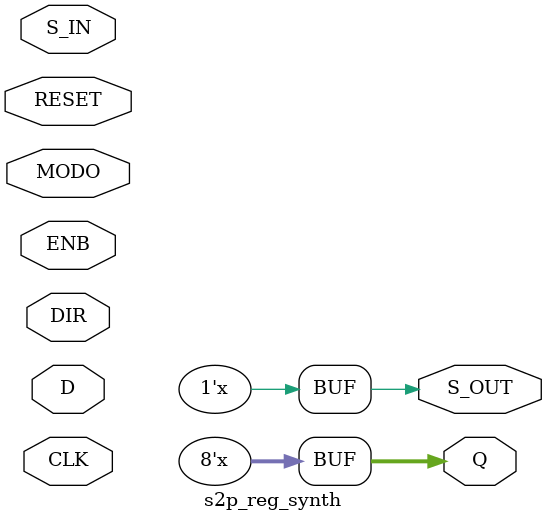
<source format=v>
`include "cmos_cells.v"
/* Generated by Yosys 0.7+560 (git sha1 d9a2b430, gcc 7.3.1 -fPIC -Os) */

module byte_joining_synth(Lane_0, Lane_1, Lane_2, Lane_3, ctr_3, clk250k, out);
  reg [7:0] L0;
  reg [7:0] L1;
  reg [7:0] L2;
  reg [7:0] L3;
  input [7:0] Lane_0;
  input [7:0] Lane_1;
  input [7:0] Lane_2;
  input [7:0] Lane_3;
  input clk250k;
  input [1:0] ctr_3;
  output [7:0] out;
  always @(posedge clk250k)
      L0[0] <= Lane_0[0];
  always @(posedge clk250k)
      L0[1] <= Lane_0[1];
  always @(posedge clk250k)
      L0[2] <= Lane_0[2];
  always @(posedge clk250k)
      L0[3] <= Lane_0[3];
  always @(posedge clk250k)
      L0[4] <= Lane_0[4];
  always @(posedge clk250k)
      L0[5] <= Lane_0[5];
  always @(posedge clk250k)
      L0[6] <= Lane_0[6];
  always @(posedge clk250k)
      L0[7] <= Lane_0[7];
  always @(posedge clk250k)
      L1[0] <= Lane_1[0];
  always @(posedge clk250k)
      L1[1] <= Lane_1[1];
  always @(posedge clk250k)
      L1[2] <= Lane_1[2];
  always @(posedge clk250k)
      L1[3] <= Lane_1[3];
  always @(posedge clk250k)
      L1[4] <= Lane_1[4];
  always @(posedge clk250k)
      L1[5] <= Lane_1[5];
  always @(posedge clk250k)
      L1[6] <= Lane_1[6];
  always @(posedge clk250k)
      L1[7] <= Lane_1[7];
  always @(posedge clk250k)
      L2[0] <= Lane_2[0];
  always @(posedge clk250k)
      L2[1] <= Lane_2[1];
  always @(posedge clk250k)
      L2[2] <= Lane_2[2];
  always @(posedge clk250k)
      L2[3] <= Lane_2[3];
  always @(posedge clk250k)
      L2[4] <= Lane_2[4];
  always @(posedge clk250k)
      L2[5] <= Lane_2[5];
  always @(posedge clk250k)
      L2[6] <= Lane_2[6];
  always @(posedge clk250k)
      L2[7] <= Lane_2[7];
  always @(posedge clk250k)
      L3[0] <= Lane_3[0];
  always @(posedge clk250k)
      L3[1] <= Lane_3[1];
  always @(posedge clk250k)
      L3[2] <= Lane_3[2];
  always @(posedge clk250k)
      L3[3] <= Lane_3[3];
  always @(posedge clk250k)
      L3[4] <= Lane_3[4];
  always @(posedge clk250k)
      L3[5] <= Lane_3[5];
  always @(posedge clk250k)
      L3[6] <= Lane_3[6];
  always @(posedge clk250k)
      L3[7] <= Lane_3[7];
  mux4a1_synth mux_cond (
    .In0(L0),
    .In1(L1),
    .In2(L2),
    .In3(L3),
    .Sel(ctr_3),
    .outmux(out)
  );
endmodule

module byte_striping_synth(stripedLane0, stripedLane1, stripedLane2, stripedLane3, byteStripingVLD, byteStripingIN, laneVLD, clk250k, clk1Mhz, counter, reset, ENB);
  wire [7:0] _00_;
  wire _01_;
  wire _02_;
  wire _03_;
  wire _04_;
  wire _05_;
  wire _06_;
  wire _07_;
  wire _08_;
  wire _09_;
  wire _10_;
  wire _11_;
  wire _12_;
  wire _13_;
  wire _14_;
  wire _15_;
  wire _16_;
  wire _17_;
  input ENB;
  input [7:0] byteStripingIN;
  output byteStripingVLD;
  input clk1Mhz;
  input clk250k;
  output [1:0] counter;
  input laneVLD;
  input reset;
  output [7:0] stripedLane0;
  output [7:0] stripedLane1;
  output [7:0] stripedLane2;
  output [7:0] stripedLane3;
  reg [7:0] stripedLane3;
  NOT _18_ (
    .A(laneVLD),
    .Y(_01_)
  );
  NAND _19_ (
    .A(byteStripingIN[0]),
    .B(laneVLD),
    .Y(_02_)
  );
  NAND _20_ (
    .A(stripedLane3[0]),
    .B(_01_),
    .Y(_03_)
  );
  NAND _21_ (
    .A(_02_),
    .B(_03_),
    .Y(_00_[0])
  );
  NAND _22_ (
    .A(laneVLD),
    .B(byteStripingIN[1]),
    .Y(_04_)
  );
  NAND _23_ (
    .A(_01_),
    .B(stripedLane3[1]),
    .Y(_05_)
  );
  NAND _24_ (
    .A(_04_),
    .B(_05_),
    .Y(_00_[1])
  );
  NAND _25_ (
    .A(laneVLD),
    .B(byteStripingIN[2]),
    .Y(_06_)
  );
  NAND _26_ (
    .A(_01_),
    .B(stripedLane3[2]),
    .Y(_07_)
  );
  NAND _27_ (
    .A(_06_),
    .B(_07_),
    .Y(_00_[2])
  );
  NAND _28_ (
    .A(laneVLD),
    .B(byteStripingIN[3]),
    .Y(_08_)
  );
  NAND _29_ (
    .A(_01_),
    .B(stripedLane3[3]),
    .Y(_09_)
  );
  NAND _30_ (
    .A(_08_),
    .B(_09_),
    .Y(_00_[3])
  );
  NAND _31_ (
    .A(laneVLD),
    .B(byteStripingIN[4]),
    .Y(_10_)
  );
  NAND _32_ (
    .A(_01_),
    .B(stripedLane3[4]),
    .Y(_11_)
  );
  NAND _33_ (
    .A(_10_),
    .B(_11_),
    .Y(_00_[4])
  );
  NAND _34_ (
    .A(laneVLD),
    .B(byteStripingIN[5]),
    .Y(_12_)
  );
  NAND _35_ (
    .A(_01_),
    .B(stripedLane3[5]),
    .Y(_13_)
  );
  NAND _36_ (
    .A(_12_),
    .B(_13_),
    .Y(_00_[5])
  );
  NAND _37_ (
    .A(laneVLD),
    .B(byteStripingIN[6]),
    .Y(_14_)
  );
  NAND _38_ (
    .A(_01_),
    .B(stripedLane3[6]),
    .Y(_15_)
  );
  NAND _39_ (
    .A(_14_),
    .B(_15_),
    .Y(_00_[6])
  );
  NAND _40_ (
    .A(laneVLD),
    .B(byteStripingIN[7]),
    .Y(_16_)
  );
  NAND _41_ (
    .A(_01_),
    .B(stripedLane3[7]),
    .Y(_17_)
  );
  NAND _42_ (
    .A(_16_),
    .B(_17_),
    .Y(_00_[7])
  );
  always @(posedge clk1Mhz)
      stripedLane3[0] <= _00_[0];
  always @(posedge clk1Mhz)
      stripedLane3[1] <= _00_[1];
  always @(posedge clk1Mhz)
      stripedLane3[2] <= _00_[2];
  always @(posedge clk1Mhz)
      stripedLane3[3] <= _00_[3];
  always @(posedge clk1Mhz)
      stripedLane3[4] <= _00_[4];
  always @(posedge clk1Mhz)
      stripedLane3[5] <= _00_[5];
  always @(posedge clk1Mhz)
      stripedLane3[6] <= _00_[6];
  always @(posedge clk1Mhz)
      stripedLane3[7] <= _00_[7];
  assign byteStripingVLD = 1'h1;
  assign counter = 2'h3;
endmodule

module ctr3_synth(CLK, reset, CTR);
  wire [1:0] _00_;
  wire _01_;
  wire _02_;
  wire _03_;
  wire _04_;
  input CLK;
  output [1:0] CTR;
  reg [1:0] CTR;
  input reset;
  NOT _05_ (
    .A(CTR[1]),
    .Y(_02_)
  );
  NAND _06_ (
    .A(reset),
    .B(CTR[0]),
    .Y(_00_[0])
  );
  NAND _07_ (
    .A(CTR[0]),
    .B(_02_),
    .Y(_03_)
  );
  NAND _08_ (
    .A(reset),
    .B(_02_),
    .Y(_04_)
  );
  NAND _09_ (
    .A(_00_[0]),
    .B(_04_),
    .Y(_01_)
  );
  NAND _10_ (
    .A(_03_),
    .B(_01_),
    .Y(_00_[1])
  );
  always @(posedge CLK)
      CTR[0] <= _00_[0];
  always @(posedge CLK)
      CTR[1] <= _00_[1];
endmodule

module ffd_p2s_synth(CLK, D, ENB, valid_in, Q, valid_out);
  input CLK;
  input D;
  input ENB;
  output Q;
  input valid_in;
  output valid_out;
  assign Q = 1'hz;
  assign valid_out = 1'h1;
endmodule

module ffd_s2p_synth(CLK, D, ENB, Q);
  input CLK;
  input D;
  input ENB;
  output Q;
  assign Q = 1'hz;
endmodule

module freq_div_synth(CLK, reset, CLK_2, CLK_4, CLK_8);
  input CLK;
  output CLK_2;
  output CLK_4;
  output CLK_8;
  input reset;
  assign CLK_2 = 1'h0;
  assign CLK_4 = 1'h0;
  assign CLK_8 = 1'h0;
endmodule

module multiplexer_synth(muxOUT, muxVLD, TLP, COM, PAD, SKP, STP, SDP, END, EDB, FTS, IDL, muxCTRL, muxCLK);
  wire [7:0] _000_;
  wire _001_;
  wire _002_;
  wire _003_;
  wire _004_;
  wire _005_;
  wire _006_;
  wire _007_;
  wire _008_;
  wire _009_;
  wire _010_;
  wire _011_;
  wire _012_;
  wire _013_;
  wire _014_;
  wire _015_;
  wire _016_;
  wire _017_;
  wire _018_;
  wire _019_;
  wire _020_;
  wire _021_;
  wire _022_;
  wire _023_;
  wire _024_;
  wire _025_;
  wire _026_;
  wire _027_;
  wire _028_;
  wire _029_;
  wire _030_;
  wire _031_;
  wire _032_;
  wire _033_;
  wire _034_;
  wire _035_;
  wire _036_;
  wire _037_;
  wire _038_;
  wire _039_;
  wire _040_;
  wire _041_;
  wire _042_;
  wire _043_;
  wire _044_;
  wire _045_;
  wire _046_;
  wire _047_;
  wire _048_;
  wire _049_;
  wire _050_;
  wire _051_;
  wire _052_;
  wire _053_;
  wire _054_;
  wire _055_;
  wire _056_;
  wire _057_;
  wire _058_;
  wire _059_;
  wire _060_;
  wire _061_;
  wire _062_;
  wire _063_;
  wire _064_;
  wire _065_;
  wire _066_;
  wire _067_;
  wire _068_;
  wire _069_;
  wire _070_;
  wire _071_;
  wire _072_;
  wire _073_;
  wire _074_;
  wire _075_;
  wire _076_;
  wire _077_;
  wire _078_;
  wire _079_;
  wire _080_;
  wire _081_;
  wire _082_;
  wire _083_;
  wire _084_;
  wire _085_;
  wire _086_;
  wire _087_;
  wire _088_;
  wire _089_;
  wire _090_;
  wire _091_;
  wire _092_;
  wire _093_;
  wire _094_;
  wire _095_;
  wire _096_;
  wire _097_;
  wire _098_;
  wire _099_;
  wire _100_;
  wire _101_;
  wire _102_;
  wire _103_;
  wire _104_;
  wire _105_;
  wire _106_;
  wire _107_;
  wire _108_;
  wire _109_;
  wire _110_;
  wire _111_;
  wire _112_;
  wire _113_;
  wire _114_;
  wire _115_;
  wire _116_;
  wire _117_;
  wire _118_;
  wire _119_;
  wire _120_;
  wire _121_;
  wire _122_;
  wire _123_;
  wire _124_;
  wire _125_;
  wire _126_;
  wire _127_;
  wire _128_;
  wire _129_;
  wire _130_;
  wire _131_;
  wire _132_;
  wire _133_;
  wire _134_;
  wire _135_;
  wire _136_;
  wire _137_;
  wire _138_;
  wire _139_;
  wire _140_;
  wire _141_;
  wire _142_;
  wire _143_;
  wire _144_;
  wire _145_;
  wire _146_;
  wire _147_;
  wire _148_;
  wire _149_;
  wire _150_;
  wire _151_;
  wire _152_;
  wire _153_;
  wire _154_;
  wire _155_;
  wire _156_;
  wire _157_;
  wire _158_;
  wire _159_;
  wire _160_;
  wire _161_;
  wire _162_;
  wire _163_;
  wire _164_;
  wire _165_;
  wire _166_;
  wire _167_;
  wire _168_;
  wire _169_;
  wire _170_;
  wire _171_;
  wire _172_;
  wire _173_;
  wire _174_;
  wire _175_;
  wire _176_;
  wire _177_;
  wire _178_;
  wire _179_;
  wire _180_;
  wire _181_;
  wire _182_;
  wire _183_;
  wire _184_;
  wire _185_;
  wire _186_;
  wire _187_;
  wire _188_;
  wire _189_;
  wire _190_;
  wire _191_;
  wire _192_;
  wire _193_;
  wire _194_;
  wire _195_;
  wire _196_;
  wire _197_;
  wire _198_;
  wire _199_;
  wire _200_;
  wire _201_;
  wire _202_;
  wire _203_;
  wire _204_;
  wire _205_;
  wire _206_;
  wire _207_;
  wire _208_;
  wire _209_;
  wire _210_;
  wire _211_;
  wire _212_;
  wire _213_;
  wire _214_;
  wire _215_;
  wire _216_;
  wire _217_;
  wire _218_;
  wire _219_;
  wire _220_;
  wire _221_;
  wire _222_;
  wire _223_;
  wire _224_;
  wire _225_;
  wire _226_;
  wire _227_;
  wire _228_;
  wire _229_;
  wire _230_;
  wire _231_;
  wire _232_;
  wire _233_;
  wire _234_;
  wire _235_;
  wire _236_;
  wire _237_;
  wire _238_;
  wire _239_;
  wire _240_;
  input [7:0] COM;
  input [7:0] EDB;
  input [7:0] END;
  input [7:0] FTS;
  input [7:0] IDL;
  input [7:0] PAD;
  input [7:0] SDP;
  input [7:0] SKP;
  input [7:0] STP;
  input [7:0] TLP;
  input muxCLK;
  input [3:0] muxCTRL;
  output [7:0] muxOUT;
  reg [7:0] muxOUT;
  output muxVLD;
  reg muxVLD;
  NOT _241_ (
    .A(muxCTRL[2]),
    .Y(_002_)
  );
  NOT _242_ (
    .A(muxCTRL[3]),
    .Y(_003_)
  );
  NOT _243_ (
    .A(muxCTRL[0]),
    .Y(_004_)
  );
  NOT _244_ (
    .A(muxCTRL[1]),
    .Y(_005_)
  );
  NOT _245_ (
    .A(TLP[1]),
    .Y(_006_)
  );
  NOT _246_ (
    .A(TLP[2]),
    .Y(_007_)
  );
  NOT _247_ (
    .A(TLP[3]),
    .Y(_008_)
  );
  NOT _248_ (
    .A(TLP[4]),
    .Y(_009_)
  );
  NOT _249_ (
    .A(TLP[5]),
    .Y(_010_)
  );
  NOT _250_ (
    .A(TLP[6]),
    .Y(_011_)
  );
  NOT _251_ (
    .A(TLP[7]),
    .Y(_012_)
  );
  NOT _252_ (
    .A(COM[0]),
    .Y(_013_)
  );
  NOT _253_ (
    .A(COM[1]),
    .Y(_014_)
  );
  NOT _254_ (
    .A(COM[2]),
    .Y(_015_)
  );
  NOT _255_ (
    .A(COM[3]),
    .Y(_016_)
  );
  NOT _256_ (
    .A(COM[5]),
    .Y(_017_)
  );
  NOT _257_ (
    .A(COM[6]),
    .Y(_018_)
  );
  NOT _258_ (
    .A(STP[0]),
    .Y(_019_)
  );
  NOT _259_ (
    .A(STP[1]),
    .Y(_020_)
  );
  NOT _260_ (
    .A(STP[3]),
    .Y(_021_)
  );
  NOT _261_ (
    .A(STP[4]),
    .Y(_022_)
  );
  NOT _262_ (
    .A(STP[5]),
    .Y(_023_)
  );
  NOT _263_ (
    .A(STP[7]),
    .Y(_024_)
  );
  NOT _264_ (
    .A(SDP[0]),
    .Y(_025_)
  );
  NOT _265_ (
    .A(SDP[1]),
    .Y(_026_)
  );
  NOT _266_ (
    .A(SDP[2]),
    .Y(_027_)
  );
  NOT _267_ (
    .A(SDP[4]),
    .Y(_028_)
  );
  NOT _268_ (
    .A(SDP[6]),
    .Y(_029_)
  );
  NOT _269_ (
    .A(SDP[7]),
    .Y(_030_)
  );
  NOT _270_ (
    .A(END[0]),
    .Y(_031_)
  );
  NOT _271_ (
    .A(END[1]),
    .Y(_032_)
  );
  NOT _272_ (
    .A(END[2]),
    .Y(_033_)
  );
  NOT _273_ (
    .A(END[3]),
    .Y(_034_)
  );
  NOT _274_ (
    .A(END[4]),
    .Y(_035_)
  );
  NOT _275_ (
    .A(END[5]),
    .Y(_036_)
  );
  NOT _276_ (
    .A(END[6]),
    .Y(_037_)
  );
  NOT _277_ (
    .A(END[7]),
    .Y(_038_)
  );
  NOT _278_ (
    .A(FTS[0]),
    .Y(_039_)
  );
  NOT _279_ (
    .A(FTS[1]),
    .Y(_040_)
  );
  NOT _280_ (
    .A(FTS[2]),
    .Y(_041_)
  );
  NOT _281_ (
    .A(FTS[3]),
    .Y(_042_)
  );
  NOT _282_ (
    .A(FTS[4]),
    .Y(_043_)
  );
  NOT _283_ (
    .A(FTS[5]),
    .Y(_044_)
  );
  NOT _284_ (
    .A(FTS[6]),
    .Y(_045_)
  );
  NOT _285_ (
    .A(FTS[7]),
    .Y(_046_)
  );
  NOT _286_ (
    .A(IDL[0]),
    .Y(_047_)
  );
  NOT _287_ (
    .A(IDL[2]),
    .Y(_048_)
  );
  NOT _288_ (
    .A(IDL[3]),
    .Y(_049_)
  );
  NOT _289_ (
    .A(IDL[4]),
    .Y(_050_)
  );
  NOT _290_ (
    .A(IDL[5]),
    .Y(_051_)
  );
  NOT _291_ (
    .A(IDL[6]),
    .Y(_052_)
  );
  NOT _292_ (
    .A(IDL[7]),
    .Y(_053_)
  );
  NOR _293_ (
    .A(muxCTRL[2]),
    .B(muxCTRL[1]),
    .Y(_054_)
  );
  NOR _294_ (
    .A(_003_),
    .B(_054_),
    .Y(_055_)
  );
  NOT _295_ (
    .A(_055_),
    .Y(_001_)
  );
  NAND _296_ (
    .A(muxOUT[0]),
    .B(_055_),
    .Y(_056_)
  );
  NOR _297_ (
    .A(muxCTRL[2]),
    .B(muxCTRL[3]),
    .Y(_057_)
  );
  NAND _298_ (
    .A(_002_),
    .B(_003_),
    .Y(_058_)
  );
  NOR _299_ (
    .A(muxCTRL[0]),
    .B(muxCTRL[1]),
    .Y(_059_)
  );
  NAND _300_ (
    .A(_057_),
    .B(_059_),
    .Y(_060_)
  );
  NOT _301_ (
    .A(_060_),
    .Y(_061_)
  );
  NAND _302_ (
    .A(TLP[0]),
    .B(_061_),
    .Y(_062_)
  );
  NOR _303_ (
    .A(_002_),
    .B(muxCTRL[3]),
    .Y(_063_)
  );
  NAND _304_ (
    .A(muxCTRL[2]),
    .B(_003_),
    .Y(_064_)
  );
  NAND _305_ (
    .A(_059_),
    .B(_063_),
    .Y(_065_)
  );
  NOT _306_ (
    .A(_065_),
    .Y(_066_)
  );
  NOR _307_ (
    .A(_019_),
    .B(_065_),
    .Y(_067_)
  );
  NAND _308_ (
    .A(muxCTRL[0]),
    .B(muxCTRL[1]),
    .Y(_068_)
  );
  NOR _309_ (
    .A(_058_),
    .B(_068_),
    .Y(_069_)
  );
  NAND _310_ (
    .A(SKP[0]),
    .B(_069_),
    .Y(_070_)
  );
  NOR _311_ (
    .A(muxCTRL[0]),
    .B(_005_),
    .Y(_071_)
  );
  NAND _312_ (
    .A(_004_),
    .B(muxCTRL[1]),
    .Y(_072_)
  );
  NAND _313_ (
    .A(_063_),
    .B(_071_),
    .Y(_073_)
  );
  NOR _314_ (
    .A(_031_),
    .B(_073_),
    .Y(_074_)
  );
  NOR _315_ (
    .A(_004_),
    .B(muxCTRL[1]),
    .Y(_075_)
  );
  NAND _316_ (
    .A(_063_),
    .B(_075_),
    .Y(_076_)
  );
  NOT _317_ (
    .A(_076_),
    .Y(_077_)
  );
  NOR _318_ (
    .A(_025_),
    .B(_076_),
    .Y(_078_)
  );
  NOR _319_ (
    .A(_064_),
    .B(_068_),
    .Y(_079_)
  );
  NAND _320_ (
    .A(EDB[0]),
    .B(_079_),
    .Y(_080_)
  );
  NOR _321_ (
    .A(muxCTRL[2]),
    .B(_003_),
    .Y(_081_)
  );
  NAND _322_ (
    .A(_075_),
    .B(_081_),
    .Y(_082_)
  );
  NOT _323_ (
    .A(_082_),
    .Y(_083_)
  );
  NOR _324_ (
    .A(_047_),
    .B(_082_),
    .Y(_084_)
  );
  NAND _325_ (
    .A(_057_),
    .B(_075_),
    .Y(_085_)
  );
  NOT _326_ (
    .A(_085_),
    .Y(_086_)
  );
  NOR _327_ (
    .A(_013_),
    .B(_085_),
    .Y(_087_)
  );
  NOR _328_ (
    .A(_084_),
    .B(_087_),
    .Y(_088_)
  );
  NOR _329_ (
    .A(_058_),
    .B(_072_),
    .Y(_089_)
  );
  NAND _330_ (
    .A(PAD[0]),
    .B(_089_),
    .Y(_090_)
  );
  NAND _331_ (
    .A(_059_),
    .B(_081_),
    .Y(_091_)
  );
  NOR _332_ (
    .A(_039_),
    .B(_091_),
    .Y(_092_)
  );
  NOR _333_ (
    .A(_074_),
    .B(_078_),
    .Y(_093_)
  );
  NAND _334_ (
    .A(_070_),
    .B(_093_),
    .Y(_094_)
  );
  NAND _335_ (
    .A(_056_),
    .B(_062_),
    .Y(_095_)
  );
  NOR _336_ (
    .A(_094_),
    .B(_095_),
    .Y(_096_)
  );
  NAND _337_ (
    .A(_080_),
    .B(_090_),
    .Y(_097_)
  );
  NOR _338_ (
    .A(_067_),
    .B(_092_),
    .Y(_098_)
  );
  NAND _339_ (
    .A(_088_),
    .B(_098_),
    .Y(_099_)
  );
  NOR _340_ (
    .A(_097_),
    .B(_099_),
    .Y(_100_)
  );
  NAND _341_ (
    .A(_096_),
    .B(_100_),
    .Y(_000_[0])
  );
  NAND _342_ (
    .A(muxOUT[1]),
    .B(_055_),
    .Y(_101_)
  );
  NOR _343_ (
    .A(_020_),
    .B(_065_),
    .Y(_102_)
  );
  NAND _344_ (
    .A(EDB[1]),
    .B(_079_),
    .Y(_103_)
  );
  NAND _345_ (
    .A(PAD[1]),
    .B(_089_),
    .Y(_104_)
  );
  NOR _346_ (
    .A(_032_),
    .B(_073_),
    .Y(_105_)
  );
  NOR _347_ (
    .A(_026_),
    .B(_076_),
    .Y(_106_)
  );
  NOR _348_ (
    .A(_014_),
    .B(_085_),
    .Y(_107_)
  );
  NOR _349_ (
    .A(_040_),
    .B(_091_),
    .Y(_108_)
  );
  NOR _350_ (
    .A(_006_),
    .B(_060_),
    .Y(_109_)
  );
  NOR _351_ (
    .A(_108_),
    .B(_109_),
    .Y(_110_)
  );
  NAND _352_ (
    .A(IDL[1]),
    .B(_083_),
    .Y(_111_)
  );
  NAND _353_ (
    .A(SKP[1]),
    .B(_069_),
    .Y(_112_)
  );
  NOR _354_ (
    .A(_102_),
    .B(_107_),
    .Y(_113_)
  );
  NOR _355_ (
    .A(_105_),
    .B(_106_),
    .Y(_114_)
  );
  NAND _356_ (
    .A(_104_),
    .B(_114_),
    .Y(_115_)
  );
  NAND _357_ (
    .A(_101_),
    .B(_113_),
    .Y(_116_)
  );
  NOR _358_ (
    .A(_115_),
    .B(_116_),
    .Y(_117_)
  );
  NAND _359_ (
    .A(_110_),
    .B(_111_),
    .Y(_118_)
  );
  NAND _360_ (
    .A(_103_),
    .B(_112_),
    .Y(_119_)
  );
  NOR _361_ (
    .A(_118_),
    .B(_119_),
    .Y(_120_)
  );
  NAND _362_ (
    .A(_117_),
    .B(_120_),
    .Y(_000_[1])
  );
  NAND _363_ (
    .A(muxOUT[2]),
    .B(_055_),
    .Y(_121_)
  );
  NAND _364_ (
    .A(STP[2]),
    .B(_066_),
    .Y(_122_)
  );
  NOR _365_ (
    .A(_007_),
    .B(_060_),
    .Y(_123_)
  );
  NAND _366_ (
    .A(PAD[2]),
    .B(_089_),
    .Y(_124_)
  );
  NOR _367_ (
    .A(_033_),
    .B(_073_),
    .Y(_125_)
  );
  NOR _368_ (
    .A(_027_),
    .B(_076_),
    .Y(_126_)
  );
  NAND _369_ (
    .A(EDB[2]),
    .B(_079_),
    .Y(_127_)
  );
  NOR _370_ (
    .A(_041_),
    .B(_091_),
    .Y(_128_)
  );
  NOR _371_ (
    .A(_015_),
    .B(_085_),
    .Y(_129_)
  );
  NOR _372_ (
    .A(_128_),
    .B(_129_),
    .Y(_130_)
  );
  NAND _373_ (
    .A(SKP[2]),
    .B(_069_),
    .Y(_131_)
  );
  NOR _374_ (
    .A(_048_),
    .B(_082_),
    .Y(_132_)
  );
  NOR _375_ (
    .A(_125_),
    .B(_126_),
    .Y(_133_)
  );
  NAND _376_ (
    .A(_124_),
    .B(_133_),
    .Y(_134_)
  );
  NAND _377_ (
    .A(_121_),
    .B(_122_),
    .Y(_135_)
  );
  NOR _378_ (
    .A(_134_),
    .B(_135_),
    .Y(_136_)
  );
  NAND _379_ (
    .A(_127_),
    .B(_131_),
    .Y(_137_)
  );
  NOR _380_ (
    .A(_123_),
    .B(_132_),
    .Y(_138_)
  );
  NAND _381_ (
    .A(_130_),
    .B(_138_),
    .Y(_139_)
  );
  NOR _382_ (
    .A(_137_),
    .B(_139_),
    .Y(_140_)
  );
  NAND _383_ (
    .A(_136_),
    .B(_140_),
    .Y(_000_[2])
  );
  NAND _384_ (
    .A(muxOUT[3]),
    .B(_055_),
    .Y(_141_)
  );
  NAND _385_ (
    .A(SDP[3]),
    .B(_077_),
    .Y(_142_)
  );
  NOR _386_ (
    .A(_016_),
    .B(_085_),
    .Y(_143_)
  );
  NAND _387_ (
    .A(PAD[3]),
    .B(_089_),
    .Y(_144_)
  );
  NOR _388_ (
    .A(_034_),
    .B(_073_),
    .Y(_145_)
  );
  NOR _389_ (
    .A(_021_),
    .B(_065_),
    .Y(_146_)
  );
  NAND _390_ (
    .A(EDB[3]),
    .B(_079_),
    .Y(_147_)
  );
  NOR _391_ (
    .A(_049_),
    .B(_082_),
    .Y(_148_)
  );
  NOR _392_ (
    .A(_008_),
    .B(_060_),
    .Y(_149_)
  );
  NOR _393_ (
    .A(_148_),
    .B(_149_),
    .Y(_150_)
  );
  NAND _394_ (
    .A(SKP[3]),
    .B(_069_),
    .Y(_151_)
  );
  NOR _395_ (
    .A(_042_),
    .B(_091_),
    .Y(_152_)
  );
  NOR _396_ (
    .A(_145_),
    .B(_146_),
    .Y(_153_)
  );
  NAND _397_ (
    .A(_144_),
    .B(_153_),
    .Y(_154_)
  );
  NAND _398_ (
    .A(_141_),
    .B(_142_),
    .Y(_155_)
  );
  NOR _399_ (
    .A(_154_),
    .B(_155_),
    .Y(_156_)
  );
  NAND _400_ (
    .A(_147_),
    .B(_151_),
    .Y(_157_)
  );
  NOR _401_ (
    .A(_143_),
    .B(_152_),
    .Y(_158_)
  );
  NAND _402_ (
    .A(_150_),
    .B(_158_),
    .Y(_159_)
  );
  NOR _403_ (
    .A(_157_),
    .B(_159_),
    .Y(_160_)
  );
  NAND _404_ (
    .A(_156_),
    .B(_160_),
    .Y(_000_[3])
  );
  NAND _405_ (
    .A(muxOUT[4]),
    .B(_055_),
    .Y(_161_)
  );
  NAND _406_ (
    .A(COM[4]),
    .B(_086_),
    .Y(_162_)
  );
  NOR _407_ (
    .A(_028_),
    .B(_076_),
    .Y(_163_)
  );
  NAND _408_ (
    .A(SKP[4]),
    .B(_069_),
    .Y(_164_)
  );
  NOR _409_ (
    .A(_035_),
    .B(_073_),
    .Y(_165_)
  );
  NOR _410_ (
    .A(_022_),
    .B(_065_),
    .Y(_166_)
  );
  NAND _411_ (
    .A(EDB[4]),
    .B(_079_),
    .Y(_167_)
  );
  NOR _412_ (
    .A(_043_),
    .B(_091_),
    .Y(_168_)
  );
  NOR _413_ (
    .A(_009_),
    .B(_060_),
    .Y(_169_)
  );
  NOR _414_ (
    .A(_168_),
    .B(_169_),
    .Y(_170_)
  );
  NAND _415_ (
    .A(PAD[4]),
    .B(_089_),
    .Y(_171_)
  );
  NOR _416_ (
    .A(_050_),
    .B(_082_),
    .Y(_172_)
  );
  NOR _417_ (
    .A(_165_),
    .B(_166_),
    .Y(_173_)
  );
  NAND _418_ (
    .A(_164_),
    .B(_173_),
    .Y(_174_)
  );
  NAND _419_ (
    .A(_161_),
    .B(_162_),
    .Y(_175_)
  );
  NOR _420_ (
    .A(_174_),
    .B(_175_),
    .Y(_176_)
  );
  NAND _421_ (
    .A(_167_),
    .B(_171_),
    .Y(_177_)
  );
  NOR _422_ (
    .A(_163_),
    .B(_172_),
    .Y(_178_)
  );
  NAND _423_ (
    .A(_170_),
    .B(_178_),
    .Y(_179_)
  );
  NOR _424_ (
    .A(_177_),
    .B(_179_),
    .Y(_180_)
  );
  NAND _425_ (
    .A(_176_),
    .B(_180_),
    .Y(_000_[4])
  );
  NAND _426_ (
    .A(muxOUT[5]),
    .B(_055_),
    .Y(_181_)
  );
  NAND _427_ (
    .A(SDP[5]),
    .B(_077_),
    .Y(_182_)
  );
  NOR _428_ (
    .A(_010_),
    .B(_060_),
    .Y(_183_)
  );
  NAND _429_ (
    .A(PAD[5]),
    .B(_089_),
    .Y(_184_)
  );
  NOR _430_ (
    .A(_036_),
    .B(_073_),
    .Y(_185_)
  );
  NOR _431_ (
    .A(_023_),
    .B(_065_),
    .Y(_186_)
  );
  NAND _432_ (
    .A(EDB[5]),
    .B(_079_),
    .Y(_187_)
  );
  NOR _433_ (
    .A(_044_),
    .B(_091_),
    .Y(_188_)
  );
  NOR _434_ (
    .A(_017_),
    .B(_085_),
    .Y(_189_)
  );
  NOR _435_ (
    .A(_188_),
    .B(_189_),
    .Y(_190_)
  );
  NAND _436_ (
    .A(SKP[5]),
    .B(_069_),
    .Y(_191_)
  );
  NOR _437_ (
    .A(_051_),
    .B(_082_),
    .Y(_192_)
  );
  NOR _438_ (
    .A(_185_),
    .B(_186_),
    .Y(_193_)
  );
  NAND _439_ (
    .A(_184_),
    .B(_193_),
    .Y(_194_)
  );
  NAND _440_ (
    .A(_181_),
    .B(_182_),
    .Y(_195_)
  );
  NOR _441_ (
    .A(_194_),
    .B(_195_),
    .Y(_196_)
  );
  NAND _442_ (
    .A(_187_),
    .B(_191_),
    .Y(_197_)
  );
  NOR _443_ (
    .A(_183_),
    .B(_192_),
    .Y(_198_)
  );
  NAND _444_ (
    .A(_190_),
    .B(_198_),
    .Y(_199_)
  );
  NOR _445_ (
    .A(_197_),
    .B(_199_),
    .Y(_200_)
  );
  NAND _446_ (
    .A(_196_),
    .B(_200_),
    .Y(_000_[5])
  );
  NAND _447_ (
    .A(muxOUT[6]),
    .B(_055_),
    .Y(_201_)
  );
  NAND _448_ (
    .A(STP[6]),
    .B(_066_),
    .Y(_202_)
  );
  NOR _449_ (
    .A(_011_),
    .B(_060_),
    .Y(_203_)
  );
  NAND _450_ (
    .A(PAD[6]),
    .B(_089_),
    .Y(_204_)
  );
  NOR _451_ (
    .A(_037_),
    .B(_073_),
    .Y(_205_)
  );
  NOR _452_ (
    .A(_029_),
    .B(_076_),
    .Y(_206_)
  );
  NAND _453_ (
    .A(EDB[6]),
    .B(_079_),
    .Y(_207_)
  );
  NOR _454_ (
    .A(_052_),
    .B(_082_),
    .Y(_208_)
  );
  NOR _455_ (
    .A(_018_),
    .B(_085_),
    .Y(_209_)
  );
  NOR _456_ (
    .A(_208_),
    .B(_209_),
    .Y(_210_)
  );
  NAND _457_ (
    .A(SKP[6]),
    .B(_069_),
    .Y(_211_)
  );
  NOR _458_ (
    .A(_045_),
    .B(_091_),
    .Y(_212_)
  );
  NOR _459_ (
    .A(_205_),
    .B(_206_),
    .Y(_213_)
  );
  NAND _460_ (
    .A(_204_),
    .B(_213_),
    .Y(_214_)
  );
  NAND _461_ (
    .A(_201_),
    .B(_202_),
    .Y(_215_)
  );
  NOR _462_ (
    .A(_214_),
    .B(_215_),
    .Y(_216_)
  );
  NAND _463_ (
    .A(_207_),
    .B(_211_),
    .Y(_217_)
  );
  NOR _464_ (
    .A(_203_),
    .B(_212_),
    .Y(_218_)
  );
  NAND _465_ (
    .A(_210_),
    .B(_218_),
    .Y(_219_)
  );
  NOR _466_ (
    .A(_217_),
    .B(_219_),
    .Y(_220_)
  );
  NAND _467_ (
    .A(_216_),
    .B(_220_),
    .Y(_000_[6])
  );
  NAND _468_ (
    .A(muxOUT[7]),
    .B(_055_),
    .Y(_221_)
  );
  NAND _469_ (
    .A(COM[7]),
    .B(_086_),
    .Y(_222_)
  );
  NOR _470_ (
    .A(_024_),
    .B(_065_),
    .Y(_223_)
  );
  NAND _471_ (
    .A(PAD[7]),
    .B(_089_),
    .Y(_224_)
  );
  NOR _472_ (
    .A(_038_),
    .B(_073_),
    .Y(_225_)
  );
  NOR _473_ (
    .A(_030_),
    .B(_076_),
    .Y(_226_)
  );
  NAND _474_ (
    .A(EDB[7]),
    .B(_079_),
    .Y(_227_)
  );
  NOR _475_ (
    .A(_053_),
    .B(_082_),
    .Y(_228_)
  );
  NOR _476_ (
    .A(_012_),
    .B(_060_),
    .Y(_229_)
  );
  NOR _477_ (
    .A(_228_),
    .B(_229_),
    .Y(_230_)
  );
  NAND _478_ (
    .A(SKP[7]),
    .B(_069_),
    .Y(_231_)
  );
  NOR _479_ (
    .A(_046_),
    .B(_091_),
    .Y(_232_)
  );
  NOR _480_ (
    .A(_225_),
    .B(_226_),
    .Y(_233_)
  );
  NAND _481_ (
    .A(_224_),
    .B(_233_),
    .Y(_234_)
  );
  NAND _482_ (
    .A(_221_),
    .B(_222_),
    .Y(_235_)
  );
  NOR _483_ (
    .A(_234_),
    .B(_235_),
    .Y(_236_)
  );
  NAND _484_ (
    .A(_227_),
    .B(_231_),
    .Y(_237_)
  );
  NOR _485_ (
    .A(_223_),
    .B(_232_),
    .Y(_238_)
  );
  NAND _486_ (
    .A(_230_),
    .B(_238_),
    .Y(_239_)
  );
  NOR _487_ (
    .A(_237_),
    .B(_239_),
    .Y(_240_)
  );
  NAND _488_ (
    .A(_236_),
    .B(_240_),
    .Y(_000_[7])
  );
  always @(posedge muxCLK)
      muxOUT[0] <= _000_[0];
  always @(posedge muxCLK)
      muxOUT[1] <= _000_[1];
  always @(posedge muxCLK)
      muxOUT[2] <= _000_[2];
  always @(posedge muxCLK)
      muxOUT[3] <= _000_[3];
  always @(posedge muxCLK)
      muxOUT[4] <= _000_[4];
  always @(posedge muxCLK)
      muxOUT[5] <= _000_[5];
  always @(posedge muxCLK)
      muxOUT[6] <= _000_[6];
  always @(posedge muxCLK)
      muxOUT[7] <= _000_[7];
  always @(posedge muxCLK)
      muxVLD <= _001_;
endmodule

module mux4a1_synth(In0, In1, In2, In3, Sel, outmux);
  wire _000_;
  wire _001_;
  wire _002_;
  wire _003_;
  wire _004_;
  wire _005_;
  wire _006_;
  wire _007_;
  wire _008_;
  wire _009_;
  wire _010_;
  wire _011_;
  wire _012_;
  wire _013_;
  wire _014_;
  wire _015_;
  wire _016_;
  wire _017_;
  wire _018_;
  wire _019_;
  wire _020_;
  wire _021_;
  wire _022_;
  wire _023_;
  wire _024_;
  wire _025_;
  wire _026_;
  wire _027_;
  wire _028_;
  wire _029_;
  wire _030_;
  wire _031_;
  wire _032_;
  wire _033_;
  wire _034_;
  wire _035_;
  wire _036_;
  wire _037_;
  wire _038_;
  wire _039_;
  wire _040_;
  wire _041_;
  wire _042_;
  wire _043_;
  wire _044_;
  wire _045_;
  wire _046_;
  wire _047_;
  wire _048_;
  wire _049_;
  wire _050_;
  wire _051_;
  wire _052_;
  wire _053_;
  wire _054_;
  wire _055_;
  wire _056_;
  wire _057_;
  wire _058_;
  wire _059_;
  wire _060_;
  wire _061_;
  wire _062_;
  wire _063_;
  wire _064_;
  wire _065_;
  wire _066_;
  wire _067_;
  wire _068_;
  wire _069_;
  wire _070_;
  wire _071_;
  wire _072_;
  wire _073_;
  wire _074_;
  wire _075_;
  wire _076_;
  wire _077_;
  wire _078_;
  wire _079_;
  wire _080_;
  wire _081_;
  wire _082_;
  wire _083_;
  wire _084_;
  wire _085_;
  input [7:0] In0;
  input [7:0] In1;
  input [7:0] In2;
  input [7:0] In3;
  input [1:0] Sel;
  output [7:0] outmux;
  NOT _086_ (
    .A(Sel[0]),
    .Y(_031_)
  );
  NOT _087_ (
    .A(Sel[1]),
    .Y(_032_)
  );
  NOT _088_ (
    .A(In0[0]),
    .Y(_033_)
  );
  NOT _089_ (
    .A(In0[1]),
    .Y(_034_)
  );
  NOT _090_ (
    .A(In0[2]),
    .Y(_035_)
  );
  NOT _091_ (
    .A(In0[3]),
    .Y(_036_)
  );
  NOT _092_ (
    .A(In0[4]),
    .Y(_037_)
  );
  NOT _093_ (
    .A(In0[5]),
    .Y(_038_)
  );
  NOT _094_ (
    .A(In0[6]),
    .Y(_039_)
  );
  NOT _095_ (
    .A(In0[7]),
    .Y(_040_)
  );
  NOT _096_ (
    .A(In1[0]),
    .Y(_041_)
  );
  NOT _097_ (
    .A(In1[1]),
    .Y(_042_)
  );
  NOT _098_ (
    .A(In1[2]),
    .Y(_043_)
  );
  NOT _099_ (
    .A(In1[3]),
    .Y(_044_)
  );
  NOT _100_ (
    .A(In1[4]),
    .Y(_045_)
  );
  NOT _101_ (
    .A(In1[5]),
    .Y(_046_)
  );
  NOT _102_ (
    .A(In1[6]),
    .Y(_047_)
  );
  NOT _103_ (
    .A(In1[7]),
    .Y(_048_)
  );
  NOT _104_ (
    .A(In2[0]),
    .Y(_049_)
  );
  NOT _105_ (
    .A(In2[1]),
    .Y(_050_)
  );
  NOT _106_ (
    .A(In2[2]),
    .Y(_051_)
  );
  NOT _107_ (
    .A(In2[3]),
    .Y(_052_)
  );
  NOT _108_ (
    .A(In2[4]),
    .Y(_053_)
  );
  NOT _109_ (
    .A(In2[5]),
    .Y(_054_)
  );
  NOT _110_ (
    .A(In2[6]),
    .Y(_055_)
  );
  NOT _111_ (
    .A(In2[7]),
    .Y(_056_)
  );
  NOT _112_ (
    .A(In3[0]),
    .Y(_057_)
  );
  NOT _113_ (
    .A(In3[1]),
    .Y(_058_)
  );
  NOT _114_ (
    .A(In3[2]),
    .Y(_059_)
  );
  NOT _115_ (
    .A(In3[3]),
    .Y(_060_)
  );
  NOT _116_ (
    .A(In3[4]),
    .Y(_061_)
  );
  NOT _117_ (
    .A(In3[5]),
    .Y(_062_)
  );
  NOT _118_ (
    .A(In3[6]),
    .Y(_063_)
  );
  NOT _119_ (
    .A(In3[7]),
    .Y(_064_)
  );
  NAND _120_ (
    .A(_031_),
    .B(Sel[1]),
    .Y(_065_)
  );
  NOR _121_ (
    .A(_049_),
    .B(_065_),
    .Y(_066_)
  );
  NAND _122_ (
    .A(_031_),
    .B(_032_),
    .Y(_067_)
  );
  NOR _123_ (
    .A(_033_),
    .B(_067_),
    .Y(_068_)
  );
  NOR _124_ (
    .A(_066_),
    .B(_068_),
    .Y(_069_)
  );
  NAND _125_ (
    .A(Sel[0]),
    .B(_032_),
    .Y(_070_)
  );
  NOR _126_ (
    .A(_041_),
    .B(_070_),
    .Y(_071_)
  );
  NAND _127_ (
    .A(Sel[0]),
    .B(Sel[1]),
    .Y(_072_)
  );
  NOR _128_ (
    .A(_057_),
    .B(_072_),
    .Y(_073_)
  );
  NOR _129_ (
    .A(_071_),
    .B(_073_),
    .Y(_074_)
  );
  NAND _130_ (
    .A(_069_),
    .B(_074_),
    .Y(outmux[0])
  );
  NOR _131_ (
    .A(_058_),
    .B(_072_),
    .Y(_075_)
  );
  NOR _132_ (
    .A(_050_),
    .B(_065_),
    .Y(_076_)
  );
  NOR _133_ (
    .A(_075_),
    .B(_076_),
    .Y(_077_)
  );
  NOR _134_ (
    .A(_034_),
    .B(_067_),
    .Y(_078_)
  );
  NOR _135_ (
    .A(_042_),
    .B(_070_),
    .Y(_079_)
  );
  NOR _136_ (
    .A(_078_),
    .B(_079_),
    .Y(_080_)
  );
  NAND _137_ (
    .A(_077_),
    .B(_080_),
    .Y(outmux[1])
  );
  NOR _138_ (
    .A(_043_),
    .B(_070_),
    .Y(_081_)
  );
  NOR _139_ (
    .A(_051_),
    .B(_065_),
    .Y(_082_)
  );
  NOR _140_ (
    .A(_081_),
    .B(_082_),
    .Y(_083_)
  );
  NOR _141_ (
    .A(_059_),
    .B(_072_),
    .Y(_084_)
  );
  NOR _142_ (
    .A(_035_),
    .B(_067_),
    .Y(_085_)
  );
  NOR _143_ (
    .A(_084_),
    .B(_085_),
    .Y(_000_)
  );
  NAND _144_ (
    .A(_083_),
    .B(_000_),
    .Y(outmux[2])
  );
  NOR _145_ (
    .A(_060_),
    .B(_072_),
    .Y(_001_)
  );
  NOR _146_ (
    .A(_052_),
    .B(_065_),
    .Y(_002_)
  );
  NOR _147_ (
    .A(_001_),
    .B(_002_),
    .Y(_003_)
  );
  NOR _148_ (
    .A(_036_),
    .B(_067_),
    .Y(_004_)
  );
  NOR _149_ (
    .A(_044_),
    .B(_070_),
    .Y(_005_)
  );
  NOR _150_ (
    .A(_004_),
    .B(_005_),
    .Y(_006_)
  );
  NAND _151_ (
    .A(_003_),
    .B(_006_),
    .Y(outmux[3])
  );
  NOR _152_ (
    .A(_045_),
    .B(_070_),
    .Y(_007_)
  );
  NOR _153_ (
    .A(_053_),
    .B(_065_),
    .Y(_008_)
  );
  NOR _154_ (
    .A(_007_),
    .B(_008_),
    .Y(_009_)
  );
  NOR _155_ (
    .A(_061_),
    .B(_072_),
    .Y(_010_)
  );
  NOR _156_ (
    .A(_037_),
    .B(_067_),
    .Y(_011_)
  );
  NOR _157_ (
    .A(_010_),
    .B(_011_),
    .Y(_012_)
  );
  NAND _158_ (
    .A(_009_),
    .B(_012_),
    .Y(outmux[4])
  );
  NOR _159_ (
    .A(_046_),
    .B(_070_),
    .Y(_013_)
  );
  NOR _160_ (
    .A(_054_),
    .B(_065_),
    .Y(_014_)
  );
  NOR _161_ (
    .A(_013_),
    .B(_014_),
    .Y(_015_)
  );
  NOR _162_ (
    .A(_062_),
    .B(_072_),
    .Y(_016_)
  );
  NOR _163_ (
    .A(_038_),
    .B(_067_),
    .Y(_017_)
  );
  NOR _164_ (
    .A(_016_),
    .B(_017_),
    .Y(_018_)
  );
  NAND _165_ (
    .A(_015_),
    .B(_018_),
    .Y(outmux[5])
  );
  NOR _166_ (
    .A(_039_),
    .B(_067_),
    .Y(_019_)
  );
  NOR _167_ (
    .A(_055_),
    .B(_065_),
    .Y(_020_)
  );
  NOR _168_ (
    .A(_019_),
    .B(_020_),
    .Y(_021_)
  );
  NOR _169_ (
    .A(_063_),
    .B(_072_),
    .Y(_022_)
  );
  NOR _170_ (
    .A(_047_),
    .B(_070_),
    .Y(_023_)
  );
  NOR _171_ (
    .A(_022_),
    .B(_023_),
    .Y(_024_)
  );
  NAND _172_ (
    .A(_021_),
    .B(_024_),
    .Y(outmux[6])
  );
  NOR _173_ (
    .A(_064_),
    .B(_072_),
    .Y(_025_)
  );
  NOR _174_ (
    .A(_056_),
    .B(_065_),
    .Y(_026_)
  );
  NOR _175_ (
    .A(_025_),
    .B(_026_),
    .Y(_027_)
  );
  NOR _176_ (
    .A(_040_),
    .B(_067_),
    .Y(_028_)
  );
  NOR _177_ (
    .A(_048_),
    .B(_070_),
    .Y(_029_)
  );
  NOR _178_ (
    .A(_028_),
    .B(_029_),
    .Y(_030_)
  );
  NAND _179_ (
    .A(_027_),
    .B(_030_),
    .Y(outmux[7])
  );
endmodule

module mux_ctr_synth(valid_count, CLK, reset, CTR);
  input CLK;
  output [2:0] CTR;
  input reset;
  input valid_count;
  assign CTR = 3'h7;
endmodule

module mux_p2s_synth(sel, data_in, data_out);
  wire _00_;
  wire _01_;
  wire _02_;
  wire _03_;
  wire _04_;
  wire _05_;
  wire _06_;
  wire _07_;
  wire _08_;
  wire _09_;
  wire _10_;
  wire _11_;
  wire _12_;
  wire _13_;
  wire _14_;
  wire _15_;
  wire _16_;
  wire _17_;
  wire _18_;
  wire _19_;
  wire _20_;
  wire _21_;
  wire _22_;
  input [7:0] data_in;
  output data_out;
  input [2:0] sel;
  NOT _23_ (
    .A(sel[1]),
    .Y(_00_)
  );
  NOT _24_ (
    .A(sel[2]),
    .Y(_01_)
  );
  NOT _25_ (
    .A(sel[0]),
    .Y(_02_)
  );
  NAND _26_ (
    .A(sel[2]),
    .B(data_in[7]),
    .Y(_03_)
  );
  NAND _27_ (
    .A(_01_),
    .B(data_in[3]),
    .Y(_04_)
  );
  NAND _28_ (
    .A(_03_),
    .B(_04_),
    .Y(_05_)
  );
  NAND _29_ (
    .A(sel[0]),
    .B(_05_),
    .Y(_06_)
  );
  NOR _30_ (
    .A(sel[2]),
    .B(data_in[2]),
    .Y(_07_)
  );
  NOR _31_ (
    .A(_01_),
    .B(data_in[6]),
    .Y(_08_)
  );
  NOR _32_ (
    .A(_07_),
    .B(_08_),
    .Y(_09_)
  );
  NAND _33_ (
    .A(_02_),
    .B(_09_),
    .Y(_10_)
  );
  NAND _34_ (
    .A(_06_),
    .B(_10_),
    .Y(_11_)
  );
  NAND _35_ (
    .A(sel[1]),
    .B(_11_),
    .Y(_12_)
  );
  NAND _36_ (
    .A(_01_),
    .B(data_in[1]),
    .Y(_13_)
  );
  NAND _37_ (
    .A(sel[2]),
    .B(data_in[5]),
    .Y(_14_)
  );
  NAND _38_ (
    .A(_13_),
    .B(_14_),
    .Y(_15_)
  );
  NAND _39_ (
    .A(sel[0]),
    .B(_15_),
    .Y(_16_)
  );
  NOR _40_ (
    .A(sel[2]),
    .B(data_in[0]),
    .Y(_17_)
  );
  NOR _41_ (
    .A(_01_),
    .B(data_in[4]),
    .Y(_18_)
  );
  NOR _42_ (
    .A(_17_),
    .B(_18_),
    .Y(_19_)
  );
  NAND _43_ (
    .A(_02_),
    .B(_19_),
    .Y(_20_)
  );
  NAND _44_ (
    .A(_16_),
    .B(_20_),
    .Y(_21_)
  );
  NAND _45_ (
    .A(_00_),
    .B(_21_),
    .Y(_22_)
  );
  NAND _46_ (
    .A(_12_),
    .B(_22_),
    .Y(data_out)
  );
endmodule

module p2s_synth(IN_CLK_p2s, IN_LANE3_p2s, IN_LANE2_p2s, IN_LANE1_p2s, IN_LANE0_p2s, IN_CTR_p2s, IN_ENB_p2s, IN_VALID_BS, OUT_LANE_p2s);
  input IN_CLK_p2s;
  input [2:0] IN_CTR_p2s;
  input IN_ENB_p2s;
  input [7:0] IN_LANE0_p2s;
  input [7:0] IN_LANE1_p2s;
  input [7:0] IN_LANE2_p2s;
  input [7:0] IN_LANE3_p2s;
  input IN_VALID_BS;
  output [3:0] OUT_LANE_p2s;
  wire [7:0] Q0_p2s;
  wire [7:0] Q1_p2s;
  wire [7:0] Q2_p2s;
  wire [7:0] Q3_p2s;
  wire valid_ffd;
  ffd_p2s_synth \ffd_lane0[0]  (
    .CLK(IN_CLK_p2s),
    .D(IN_LANE0_p2s[0]),
    .ENB(IN_ENB_p2s),
    .Q(Q0_p2s[0]),
    .valid_in(IN_VALID_BS)
  );
  ffd_p2s_synth \ffd_lane0[1]  (
    .CLK(IN_CLK_p2s),
    .D(IN_LANE0_p2s[1]),
    .ENB(IN_ENB_p2s),
    .Q(Q0_p2s[1]),
    .valid_in(IN_VALID_BS)
  );
  ffd_p2s_synth \ffd_lane0[2]  (
    .CLK(IN_CLK_p2s),
    .D(IN_LANE0_p2s[2]),
    .ENB(IN_ENB_p2s),
    .Q(Q0_p2s[2]),
    .valid_in(IN_VALID_BS)
  );
  ffd_p2s_synth \ffd_lane0[3]  (
    .CLK(IN_CLK_p2s),
    .D(IN_LANE0_p2s[3]),
    .ENB(IN_ENB_p2s),
    .Q(Q0_p2s[3]),
    .valid_in(IN_VALID_BS)
  );
  ffd_p2s_synth \ffd_lane0[4]  (
    .CLK(IN_CLK_p2s),
    .D(IN_LANE0_p2s[4]),
    .ENB(IN_ENB_p2s),
    .Q(Q0_p2s[4]),
    .valid_in(IN_VALID_BS)
  );
  ffd_p2s_synth \ffd_lane0[5]  (
    .CLK(IN_CLK_p2s),
    .D(IN_LANE0_p2s[5]),
    .ENB(IN_ENB_p2s),
    .Q(Q0_p2s[5]),
    .valid_in(IN_VALID_BS)
  );
  ffd_p2s_synth \ffd_lane0[6]  (
    .CLK(IN_CLK_p2s),
    .D(IN_LANE0_p2s[6]),
    .ENB(IN_ENB_p2s),
    .Q(Q0_p2s[6]),
    .valid_in(IN_VALID_BS)
  );
  ffd_p2s_synth \ffd_lane0[7]  (
    .CLK(IN_CLK_p2s),
    .D(IN_LANE0_p2s[7]),
    .ENB(IN_ENB_p2s),
    .Q(Q0_p2s[7]),
    .valid_in(IN_VALID_BS)
  );
  ffd_p2s_synth \ffd_lane1[0]  (
    .CLK(IN_CLK_p2s),
    .D(IN_LANE1_p2s[0]),
    .ENB(IN_ENB_p2s),
    .Q(Q1_p2s[0]),
    .valid_in(IN_VALID_BS)
  );
  ffd_p2s_synth \ffd_lane1[1]  (
    .CLK(IN_CLK_p2s),
    .D(IN_LANE1_p2s[1]),
    .ENB(IN_ENB_p2s),
    .Q(Q1_p2s[1]),
    .valid_in(IN_VALID_BS)
  );
  ffd_p2s_synth \ffd_lane1[2]  (
    .CLK(IN_CLK_p2s),
    .D(IN_LANE1_p2s[2]),
    .ENB(IN_ENB_p2s),
    .Q(Q1_p2s[2]),
    .valid_in(IN_VALID_BS)
  );
  ffd_p2s_synth \ffd_lane1[3]  (
    .CLK(IN_CLK_p2s),
    .D(IN_LANE1_p2s[3]),
    .ENB(IN_ENB_p2s),
    .Q(Q1_p2s[3]),
    .valid_in(IN_VALID_BS)
  );
  ffd_p2s_synth \ffd_lane1[4]  (
    .CLK(IN_CLK_p2s),
    .D(IN_LANE1_p2s[4]),
    .ENB(IN_ENB_p2s),
    .Q(Q1_p2s[4]),
    .valid_in(IN_VALID_BS)
  );
  ffd_p2s_synth \ffd_lane1[5]  (
    .CLK(IN_CLK_p2s),
    .D(IN_LANE1_p2s[5]),
    .ENB(IN_ENB_p2s),
    .Q(Q1_p2s[5]),
    .valid_in(IN_VALID_BS)
  );
  ffd_p2s_synth \ffd_lane1[6]  (
    .CLK(IN_CLK_p2s),
    .D(IN_LANE1_p2s[6]),
    .ENB(IN_ENB_p2s),
    .Q(Q1_p2s[6]),
    .valid_in(IN_VALID_BS)
  );
  ffd_p2s_synth \ffd_lane1[7]  (
    .CLK(IN_CLK_p2s),
    .D(IN_LANE1_p2s[7]),
    .ENB(IN_ENB_p2s),
    .Q(Q1_p2s[7]),
    .valid_in(IN_VALID_BS)
  );
  ffd_p2s_synth \ffd_lane2[0]  (
    .CLK(IN_CLK_p2s),
    .D(IN_LANE2_p2s[0]),
    .ENB(IN_ENB_p2s),
    .Q(Q2_p2s[0]),
    .valid_in(IN_VALID_BS)
  );
  ffd_p2s_synth \ffd_lane2[1]  (
    .CLK(IN_CLK_p2s),
    .D(IN_LANE2_p2s[1]),
    .ENB(IN_ENB_p2s),
    .Q(Q2_p2s[1]),
    .valid_in(IN_VALID_BS)
  );
  ffd_p2s_synth \ffd_lane2[2]  (
    .CLK(IN_CLK_p2s),
    .D(IN_LANE2_p2s[2]),
    .ENB(IN_ENB_p2s),
    .Q(Q2_p2s[2]),
    .valid_in(IN_VALID_BS)
  );
  ffd_p2s_synth \ffd_lane2[3]  (
    .CLK(IN_CLK_p2s),
    .D(IN_LANE2_p2s[3]),
    .ENB(IN_ENB_p2s),
    .Q(Q2_p2s[3]),
    .valid_in(IN_VALID_BS)
  );
  ffd_p2s_synth \ffd_lane2[4]  (
    .CLK(IN_CLK_p2s),
    .D(IN_LANE2_p2s[4]),
    .ENB(IN_ENB_p2s),
    .Q(Q2_p2s[4]),
    .valid_in(IN_VALID_BS)
  );
  ffd_p2s_synth \ffd_lane2[5]  (
    .CLK(IN_CLK_p2s),
    .D(IN_LANE2_p2s[5]),
    .ENB(IN_ENB_p2s),
    .Q(Q2_p2s[5]),
    .valid_in(IN_VALID_BS)
  );
  ffd_p2s_synth \ffd_lane2[6]  (
    .CLK(IN_CLK_p2s),
    .D(IN_LANE2_p2s[6]),
    .ENB(IN_ENB_p2s),
    .Q(Q2_p2s[6]),
    .valid_in(IN_VALID_BS)
  );
  ffd_p2s_synth \ffd_lane2[7]  (
    .CLK(IN_CLK_p2s),
    .D(IN_LANE2_p2s[7]),
    .ENB(IN_ENB_p2s),
    .Q(Q2_p2s[7]),
    .valid_in(IN_VALID_BS)
  );
  ffd_p2s_synth \ffd_lane3[0]  (
    .CLK(IN_CLK_p2s),
    .D(IN_LANE3_p2s[0]),
    .ENB(IN_ENB_p2s),
    .Q(Q3_p2s[0]),
    .valid_in(IN_VALID_BS)
  );
  ffd_p2s_synth \ffd_lane3[1]  (
    .CLK(IN_CLK_p2s),
    .D(IN_LANE3_p2s[1]),
    .ENB(IN_ENB_p2s),
    .Q(Q3_p2s[1]),
    .valid_in(IN_VALID_BS)
  );
  ffd_p2s_synth \ffd_lane3[2]  (
    .CLK(IN_CLK_p2s),
    .D(IN_LANE3_p2s[2]),
    .ENB(IN_ENB_p2s),
    .Q(Q3_p2s[2]),
    .valid_in(IN_VALID_BS)
  );
  ffd_p2s_synth \ffd_lane3[3]  (
    .CLK(IN_CLK_p2s),
    .D(IN_LANE3_p2s[3]),
    .ENB(IN_ENB_p2s),
    .Q(Q3_p2s[3]),
    .valid_in(IN_VALID_BS)
  );
  ffd_p2s_synth \ffd_lane3[4]  (
    .CLK(IN_CLK_p2s),
    .D(IN_LANE3_p2s[4]),
    .ENB(IN_ENB_p2s),
    .Q(Q3_p2s[4]),
    .valid_in(IN_VALID_BS)
  );
  ffd_p2s_synth \ffd_lane3[5]  (
    .CLK(IN_CLK_p2s),
    .D(IN_LANE3_p2s[5]),
    .ENB(IN_ENB_p2s),
    .Q(Q3_p2s[5]),
    .valid_in(IN_VALID_BS)
  );
  ffd_p2s_synth \ffd_lane3[6]  (
    .CLK(IN_CLK_p2s),
    .D(IN_LANE3_p2s[6]),
    .ENB(IN_ENB_p2s),
    .Q(Q3_p2s[6]),
    .valid_in(IN_VALID_BS)
  );
  ffd_p2s_synth ffd_valid (
    .CLK(IN_CLK_p2s),
    .D(IN_LANE3_p2s[7]),
    .ENB(IN_ENB_p2s),
    .Q(Q3_p2s[7]),
    .valid_in(IN_VALID_BS),
    .valid_out(valid_ffd)
  );
  mux_p2s_synth mux_lane0 (
    .data_in(Q0_p2s),
    .data_out(OUT_LANE_p2s[0]),
    .sel(IN_CTR_p2s)
  );
  mux_p2s_synth mux_lane1 (
    .data_in(Q1_p2s),
    .data_out(OUT_LANE_p2s[1]),
    .sel(IN_CTR_p2s)
  );
  mux_p2s_synth mux_lane2 (
    .data_in(Q2_p2s),
    .data_out(OUT_LANE_p2s[2]),
    .sel(IN_CTR_p2s)
  );
  mux_p2s_synth mux_lane3 (
    .data_in(Q3_p2s),
    .data_out(OUT_LANE_p2s[3]),
    .sel(IN_CTR_p2s)
  );
endmodule

module p2s_s2p_synth(IN_CLK_2MHz, IN_CLK_250KHz, IN_LANE3, IN_LANE2, IN_LANE1, IN_LANE0, IN_ENB_TX, IN_RESET_TX, IN_VALID_TX, IN_ENB_RX, IN_RESET_RX, OUT_LANE3, OUT_LANE2, OUT_LANE1, OUT_LANE0);
  wire [1:0] CLK_RX;
  wire [2:0] CTR_TX;
  input IN_CLK_250KHz;
  input IN_CLK_2MHz;
  input IN_ENB_RX;
  input IN_ENB_TX;
  input [7:0] IN_LANE0;
  input [7:0] IN_LANE1;
  input [7:0] IN_LANE2;
  input [7:0] IN_LANE3;
  input IN_RESET_RX;
  input IN_RESET_TX;
  input IN_VALID_TX;
  wire [3:0] LANE;
  output [7:0] OUT_LANE0;
  output [7:0] OUT_LANE1;
  output [7:0] OUT_LANE2;
  output [7:0] OUT_LANE3;
  mux_ctr_synth ctr_tx_cond (
    .CLK(IN_CLK_2MHz),
    .CTR(CTR_TX),
    .reset(IN_RESET_TX),
    .valid_count(IN_VALID_TX)
  );
  s2p_synth low_rx_cond (
    .IN_CLK_s2p({ IN_CLK_250KHz, IN_CLK_2MHz }),
    .IN_DIR_s2p(1'h1),
    .IN_ENB_s2p(IN_ENB_RX),
    .IN_LANE_s2p(LANE),
    .IN_MODO_s2p(2'h0),
    .IN_RESET_s2p(IN_RESET_RX),
    .OUT_LANE0_s2p(OUT_LANE0),
    .OUT_LANE1_s2p(OUT_LANE1),
    .OUT_LANE2_s2p(OUT_LANE2),
    .OUT_LANE3_s2p(OUT_LANE3)
  );
  p2s_synth low_tx_cond (
    .IN_CLK_p2s(IN_CLK_2MHz),
    .IN_CTR_p2s(CTR_TX),
    .IN_ENB_p2s(IN_ENB_TX),
    .IN_LANE0_p2s(IN_LANE0),
    .IN_LANE1_p2s(IN_LANE1),
    .IN_LANE2_p2s(IN_LANE2),
    .IN_LANE3_p2s(IN_LANE3),
    .IN_VALID_BS(IN_VALID_TX),
    .OUT_LANE_p2s(LANE)
  );
  assign CLK_RX = { IN_CLK_250KHz, IN_CLK_2MHz };
endmodule

module pcie_synth(IN_COM, IN_PAD, IN_SKP, IN_STP, IN_SDP, IN_END, IN_EDB, IN_FTS, IN_IDL, IN_TLP, IN_CTRL, IN_CLK_2MHz, IN_RESET_CLK, IN_ENB_TX_RX, OUT_DATA);
  input IN_CLK_2MHz;
  input [7:0] IN_COM;
  input [3:0] IN_CTRL;
  input [7:0] IN_EDB;
  input IN_ENB_TX_RX;
  input [7:0] IN_END;
  input [7:0] IN_FTS;
  input [7:0] IN_IDL;
  input [7:0] IN_PAD;
  input IN_RESET_CLK;
  input [7:0] IN_SDP;
  input [7:0] IN_SKP;
  input [7:0] IN_STP;
  input [7:0] IN_TLP;
  output [7:0] OUT_DATA;
endmodule

module s2p_synth(IN_CLK_s2p, IN_LANE_s2p, IN_MODO_s2p, IN_DIR_s2p, IN_ENB_s2p, IN_RESET_s2p, OUT_LANE3_s2p, OUT_LANE2_s2p, OUT_LANE1_s2p, OUT_LANE0_s2p);
  input [1:0] IN_CLK_s2p;
  input IN_DIR_s2p;
  input IN_ENB_s2p;
  input [3:0] IN_LANE_s2p;
  input [1:0] IN_MODO_s2p;
  input IN_RESET_s2p;
  output [7:0] OUT_LANE0_s2p;
  output [7:0] OUT_LANE1_s2p;
  output [7:0] OUT_LANE2_s2p;
  output [7:0] OUT_LANE3_s2p;
  wire [7:0] P0_synth_s2p;
  wire [7:0] P1_synth_s2p;
  wire [7:0] P2_synth_s2p;
  wire [7:0] P3_synth_s2p;
  ffd_s2p_synth \ffd_lane0[0]  (
    .CLK(IN_CLK_s2p[1]),
    .D(P0_synth_s2p[0]),
    .ENB(IN_ENB_s2p),
    .Q(OUT_LANE0_s2p[0])
  );
  ffd_s2p_synth \ffd_lane0[1]  (
    .CLK(IN_CLK_s2p[1]),
    .D(P0_synth_s2p[1]),
    .ENB(IN_ENB_s2p),
    .Q(OUT_LANE0_s2p[1])
  );
  ffd_s2p_synth \ffd_lane0[2]  (
    .CLK(IN_CLK_s2p[1]),
    .D(P0_synth_s2p[2]),
    .ENB(IN_ENB_s2p),
    .Q(OUT_LANE0_s2p[2])
  );
  ffd_s2p_synth \ffd_lane0[3]  (
    .CLK(IN_CLK_s2p[1]),
    .D(P0_synth_s2p[3]),
    .ENB(IN_ENB_s2p),
    .Q(OUT_LANE0_s2p[3])
  );
  ffd_s2p_synth \ffd_lane0[4]  (
    .CLK(IN_CLK_s2p[1]),
    .D(P0_synth_s2p[4]),
    .ENB(IN_ENB_s2p),
    .Q(OUT_LANE0_s2p[4])
  );
  ffd_s2p_synth \ffd_lane0[5]  (
    .CLK(IN_CLK_s2p[1]),
    .D(P0_synth_s2p[5]),
    .ENB(IN_ENB_s2p),
    .Q(OUT_LANE0_s2p[5])
  );
  ffd_s2p_synth \ffd_lane0[6]  (
    .CLK(IN_CLK_s2p[1]),
    .D(P0_synth_s2p[6]),
    .ENB(IN_ENB_s2p),
    .Q(OUT_LANE0_s2p[6])
  );
  ffd_s2p_synth \ffd_lane0[7]  (
    .CLK(IN_CLK_s2p[1]),
    .D(P0_synth_s2p[7]),
    .ENB(IN_ENB_s2p),
    .Q(OUT_LANE0_s2p[7])
  );
  ffd_s2p_synth \ffd_lane1[0]  (
    .CLK(IN_CLK_s2p[1]),
    .D(P1_synth_s2p[0]),
    .ENB(IN_ENB_s2p),
    .Q(OUT_LANE1_s2p[0])
  );
  ffd_s2p_synth \ffd_lane1[1]  (
    .CLK(IN_CLK_s2p[1]),
    .D(P1_synth_s2p[1]),
    .ENB(IN_ENB_s2p),
    .Q(OUT_LANE1_s2p[1])
  );
  ffd_s2p_synth \ffd_lane1[2]  (
    .CLK(IN_CLK_s2p[1]),
    .D(P1_synth_s2p[2]),
    .ENB(IN_ENB_s2p),
    .Q(OUT_LANE1_s2p[2])
  );
  ffd_s2p_synth \ffd_lane1[3]  (
    .CLK(IN_CLK_s2p[1]),
    .D(P1_synth_s2p[3]),
    .ENB(IN_ENB_s2p),
    .Q(OUT_LANE1_s2p[3])
  );
  ffd_s2p_synth \ffd_lane1[4]  (
    .CLK(IN_CLK_s2p[1]),
    .D(P1_synth_s2p[4]),
    .ENB(IN_ENB_s2p),
    .Q(OUT_LANE1_s2p[4])
  );
  ffd_s2p_synth \ffd_lane1[5]  (
    .CLK(IN_CLK_s2p[1]),
    .D(P1_synth_s2p[5]),
    .ENB(IN_ENB_s2p),
    .Q(OUT_LANE1_s2p[5])
  );
  ffd_s2p_synth \ffd_lane1[6]  (
    .CLK(IN_CLK_s2p[1]),
    .D(P1_synth_s2p[6]),
    .ENB(IN_ENB_s2p),
    .Q(OUT_LANE1_s2p[6])
  );
  ffd_s2p_synth \ffd_lane1[7]  (
    .CLK(IN_CLK_s2p[1]),
    .D(P1_synth_s2p[7]),
    .ENB(IN_ENB_s2p),
    .Q(OUT_LANE1_s2p[7])
  );
  ffd_s2p_synth \ffd_lane2[0]  (
    .CLK(IN_CLK_s2p[1]),
    .D(P2_synth_s2p[0]),
    .ENB(IN_ENB_s2p),
    .Q(OUT_LANE2_s2p[0])
  );
  ffd_s2p_synth \ffd_lane2[1]  (
    .CLK(IN_CLK_s2p[1]),
    .D(P2_synth_s2p[1]),
    .ENB(IN_ENB_s2p),
    .Q(OUT_LANE2_s2p[1])
  );
  ffd_s2p_synth \ffd_lane2[2]  (
    .CLK(IN_CLK_s2p[1]),
    .D(P2_synth_s2p[2]),
    .ENB(IN_ENB_s2p),
    .Q(OUT_LANE2_s2p[2])
  );
  ffd_s2p_synth \ffd_lane2[3]  (
    .CLK(IN_CLK_s2p[1]),
    .D(P2_synth_s2p[3]),
    .ENB(IN_ENB_s2p),
    .Q(OUT_LANE2_s2p[3])
  );
  ffd_s2p_synth \ffd_lane2[4]  (
    .CLK(IN_CLK_s2p[1]),
    .D(P2_synth_s2p[4]),
    .ENB(IN_ENB_s2p),
    .Q(OUT_LANE2_s2p[4])
  );
  ffd_s2p_synth \ffd_lane2[5]  (
    .CLK(IN_CLK_s2p[1]),
    .D(P2_synth_s2p[5]),
    .ENB(IN_ENB_s2p),
    .Q(OUT_LANE2_s2p[5])
  );
  ffd_s2p_synth \ffd_lane2[6]  (
    .CLK(IN_CLK_s2p[1]),
    .D(P2_synth_s2p[6]),
    .ENB(IN_ENB_s2p),
    .Q(OUT_LANE2_s2p[6])
  );
  ffd_s2p_synth \ffd_lane2[7]  (
    .CLK(IN_CLK_s2p[1]),
    .D(P2_synth_s2p[7]),
    .ENB(IN_ENB_s2p),
    .Q(OUT_LANE2_s2p[7])
  );
  ffd_s2p_synth \ffd_lane3[0]  (
    .CLK(IN_CLK_s2p[1]),
    .D(P3_synth_s2p[0]),
    .ENB(IN_ENB_s2p),
    .Q(OUT_LANE3_s2p[0])
  );
  ffd_s2p_synth \ffd_lane3[1]  (
    .CLK(IN_CLK_s2p[1]),
    .D(P3_synth_s2p[1]),
    .ENB(IN_ENB_s2p),
    .Q(OUT_LANE3_s2p[1])
  );
  ffd_s2p_synth \ffd_lane3[2]  (
    .CLK(IN_CLK_s2p[1]),
    .D(P3_synth_s2p[2]),
    .ENB(IN_ENB_s2p),
    .Q(OUT_LANE3_s2p[2])
  );
  ffd_s2p_synth \ffd_lane3[3]  (
    .CLK(IN_CLK_s2p[1]),
    .D(P3_synth_s2p[3]),
    .ENB(IN_ENB_s2p),
    .Q(OUT_LANE3_s2p[3])
  );
  ffd_s2p_synth \ffd_lane3[4]  (
    .CLK(IN_CLK_s2p[1]),
    .D(P3_synth_s2p[4]),
    .ENB(IN_ENB_s2p),
    .Q(OUT_LANE3_s2p[4])
  );
  ffd_s2p_synth \ffd_lane3[5]  (
    .CLK(IN_CLK_s2p[1]),
    .D(P3_synth_s2p[5]),
    .ENB(IN_ENB_s2p),
    .Q(OUT_LANE3_s2p[5])
  );
  ffd_s2p_synth \ffd_lane3[6]  (
    .CLK(IN_CLK_s2p[1]),
    .D(P3_synth_s2p[6]),
    .ENB(IN_ENB_s2p),
    .Q(OUT_LANE3_s2p[6])
  );
  ffd_s2p_synth \ffd_lane3[7]  (
    .CLK(IN_CLK_s2p[1]),
    .D(P3_synth_s2p[7]),
    .ENB(IN_ENB_s2p),
    .Q(OUT_LANE3_s2p[7])
  );
  s2p_reg_synth reg_lane0 (
    .CLK(IN_CLK_s2p[0]),
    .DIR(IN_DIR_s2p),
    .ENB(IN_ENB_s2p),
    .MODO(IN_MODO_s2p),
    .Q(P0_synth_s2p),
    .RESET(IN_RESET_s2p),
    .S_IN(IN_LANE_s2p[0])
  );
  s2p_reg_synth reg_lane1 (
    .CLK(IN_CLK_s2p[0]),
    .DIR(IN_DIR_s2p),
    .ENB(IN_ENB_s2p),
    .MODO(IN_MODO_s2p),
    .Q(P1_synth_s2p),
    .RESET(IN_RESET_s2p),
    .S_IN(IN_LANE_s2p[1])
  );
  s2p_reg_synth reg_lane2 (
    .CLK(IN_CLK_s2p[0]),
    .DIR(IN_DIR_s2p),
    .ENB(IN_ENB_s2p),
    .MODO(IN_MODO_s2p),
    .Q(P2_synth_s2p),
    .RESET(IN_RESET_s2p),
    .S_IN(IN_LANE_s2p[2])
  );
  s2p_reg_synth reg_lane3 (
    .CLK(IN_CLK_s2p[0]),
    .DIR(IN_DIR_s2p),
    .ENB(IN_ENB_s2p),
    .MODO(IN_MODO_s2p),
    .Q(P3_synth_s2p),
    .RESET(IN_RESET_s2p),
    .S_IN(IN_LANE_s2p[3])
  );
endmodule

module s2p_reg_synth(D, MODO, CLK, ENB, DIR, S_IN, RESET, Q, S_OUT);
  input CLK;
  input [7:0] D;
  input DIR;
  input ENB;
  input [1:0] MODO;
  output [7:0] Q;
  input RESET;
  input S_IN;
  output S_OUT;
  assign Q = 8'hzz;
  assign S_OUT = 1'hz;
endmodule

</source>
